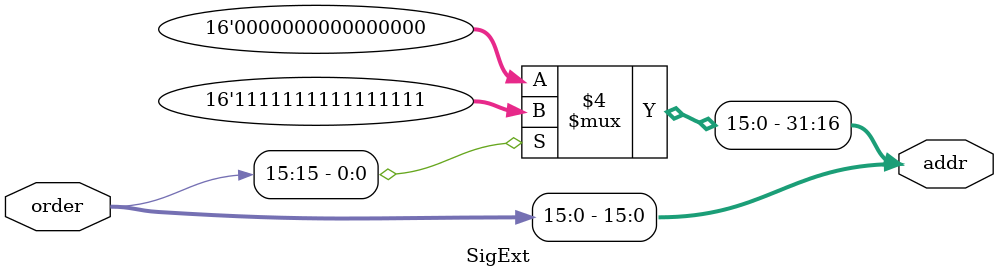
<source format=v>
`timescale 1ns / 1ps



module SigExt(order,addr);
     input [15:0] order;
     output reg [31:0] addr;
     always @(*)
     begin
       if(order[15]==1) addr[31:16]=16'b1111111111111111;
       else addr[31:16]=16'b0000000000000000;
       addr[15:0]=order[15:0];
     end
endmodule


</source>
